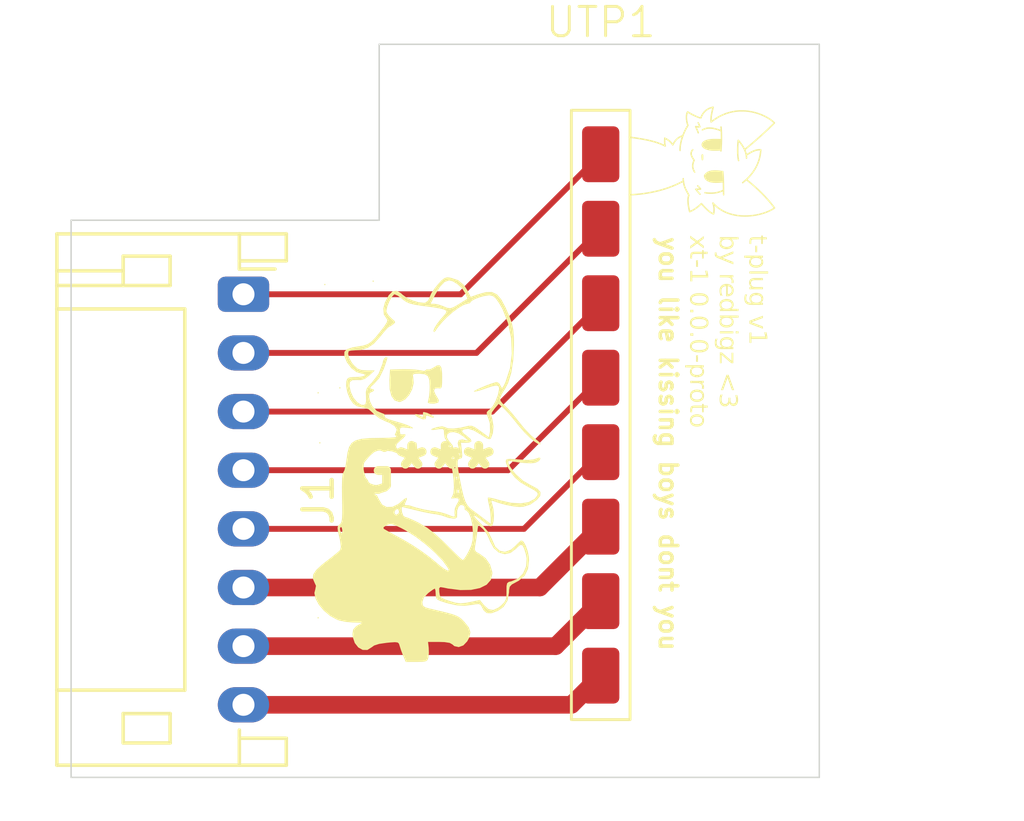
<source format=kicad_pcb>
(kicad_pcb (version 20241229) (generator "pcbnew") (generator_version "9.0")
  (layers (0 "F.Cu" signal) (2 "B.Cu" signal) (13 "F.Paste" user) (15 "B.Paste" user) (5 "F.SilkS" user "F.Silkscreen") (7 "B.SilkS" user "B.Silkscreen") (1 "F.Mask" user) (3 "B.Mask" user) (25 "Edge.Cuts" user))
  (net 0 "")
  (net 1 "Net-(J1-Pin_2)")
  (net 2 "Net-(J1-Pin_7)")
  (net 3 "Net-(J1-Pin_5)")
  (net 4 "Net-(J1-Pin_8)")
  (net 5 "Net-(J1-Pin_6)")
  (net 6 "Net-(J1-Pin_3)")
  (net 7 "Net-(J1-Pin_4)")
  (net 8 "Net-(J1-Pin_1)")
  (footprint "MountingHole:MountingHole_2.2mm_M2" (layer "F.Cu") (at 40 38)
    (property "Reference" "REF2" (hide yes))
    (property "Value" "MountingHole_2.2mm_M2")
    (pad "" np_thru_hole circle (at 0 0) (size 2.2 2.2) (drill 2.2) (layers "*.Cu" "*.Mask"))
  )
  (footprint "MountingHole:MountingHole_2.2mm_M2" (layer "F.Cu") (at 30 18)
    (property "Reference" "REF1" (hide yes))
    (property "Value" "MountingHole_2.2mm_M2")
    (pad "" np_thru_hole circle (at 0 0) (size 2.2 2.2) (drill 2.2) (layers "*.Cu" "*.Mask"))
  )
  (footprint "Connector_JST:JST_PH_S8B-PH-K_1x08_P2.00mm_Horizontal" (layer "F.Cu") (at 22.875 24.025 -90)
    (property "Reference" "J1" (at 7 -2.55 90) (layer "F.SilkS"))
    (property "Value" "Conn_01x08_MountingPin")
    (pad "1" thru_hole roundrect (at 0 0 270) (size 1.2 1.75) (drill 0.75) (layers "*.Cu" "*.Mask") (roundrect_rratio 0.208333) (net 8 "Net-(J1-Pin_1)"))
    (pad "2" thru_hole oval (at 2 0 270) (size 1.2 1.75) (drill 0.75) (layers "*.Cu" "*.Mask") (net 1 "Net-(J1-Pin_2)"))
    (pad "3" thru_hole oval (at 4 0 270) (size 1.2 1.75) (drill 0.75) (layers "*.Cu" "*.Mask") (net 6 "Net-(J1-Pin_3)"))
    (pad "4" thru_hole oval (at 6 0 270) (size 1.2 1.75) (drill 0.75) (layers "*.Cu" "*.Mask") (net 7 "Net-(J1-Pin_4)"))
    (pad "5" thru_hole oval (at 8 0 270) (size 1.2 1.75) (drill 0.75) (layers "*.Cu" "*.Mask") (net 3 "Net-(J1-Pin_5)"))
    (pad "6" thru_hole oval (at 10 0 270) (size 1.2 1.75) (drill 0.75) (layers "*.Cu" "*.Mask") (net 5 "Net-(J1-Pin_6)"))
    (pad "7" thru_hole oval (at 12 0 270) (size 1.2 1.75) (drill 0.75) (layers "*.Cu" "*.Mask") (net 2 "Net-(J1-Pin_7)"))
    (pad "8" thru_hole oval (at 14 0 270) (size 1.2 1.75) (drill 0.75) (layers "*.Cu" "*.Mask") (net 4 "Net-(J1-Pin_8)"))
  )
  (footprint "LOGO" (layer "F.Cu") (at 29 30)
    (property "Reference" "G***" (at 0 0 0) (layer "F.SilkS") (effects (font (size 1.5 1.5) (thickness 0.3))))
    (property "Value" "LOGO" (hide yes))
  )
  (footprint "LOGO" (layer "F.Cu") (at 38.5 19.5 -90)
    (property "Reference" "G***" (hide yes))
    (property "Value" "LOGO" (hide yes))
  )
  (footprint "tailplug:Tailplug_Female" (layer "F.Cu") (at 35.05 15.25)
    (property "Reference" "UTP1" (at 0 -0.5 0) (layer "F.SilkS") (effects (font (thickness 0.1))))
    (property "Value" "~")
    (pad "1" smd roundrect (at 0 4 90) (size 1.905 1.27) (layers "F.Cu" "F.Mask" "F.Paste") (roundrect_rratio 0.15) (net 8 "Net-(J1-Pin_1)"))
    (pad "2" smd roundrect (at 0 6.54 90) (size 1.905 1.27) (layers "F.Cu" "F.Mask" "F.Paste") (roundrect_rratio 0.15) (net 1 "Net-(J1-Pin_2)"))
    (pad "3" smd roundrect (at 0 9.08 90) (size 1.905 1.27) (layers "F.Cu" "F.Mask" "F.Paste") (roundrect_rratio 0.15) (net 6 "Net-(J1-Pin_3)"))
    (pad "4" smd roundrect (at 0 11.62 90) (size 1.905 1.27) (layers "F.Cu" "F.Mask" "F.Paste") (roundrect_rratio 0.15) (net 7 "Net-(J1-Pin_4)"))
    (pad "5" smd roundrect (at 0 14.16 90) (size 1.905 1.27) (layers "F.Cu" "F.Mask" "F.Paste") (roundrect_rratio 0.15) (net 3 "Net-(J1-Pin_5)"))
    (pad "6" smd roundrect (at 0 16.7 90) (size 1.905 1.27) (layers "F.Cu" "F.Mask" "F.Paste") (roundrect_rratio 0.15) (net 5 "Net-(J1-Pin_6)"))
    (pad "7" smd roundrect (at 0 19.24 90) (size 1.905 1.27) (layers "F.Cu" "F.Mask" "F.Paste") (roundrect_rratio 0.15) (net 2 "Net-(J1-Pin_7)"))
    (pad "8" smd roundrect (at 0 21.78 90) (size 1.905 1.27) (layers "F.Cu" "F.Mask" "F.Paste") (roundrect_rratio 0.15) (net 4 "Net-(J1-Pin_8)"))
  )
  (gr_line (start 42.5 40.5) (end 17 40.5) (stroke (width 0.05)) (layer "Edge.Cuts"))
  (gr_line (start 17 21.5) (end 27.5 21.5) (stroke (width 0.05)) (layer "Edge.Cuts"))
  (gr_line (start 27.5 15.5) (end 42.5 15.5) (stroke (width 0.05)) (layer "Edge.Cuts"))
  (gr_line (start 27.5 21.5) (end 27.5 15.5) (stroke (width 0.05)) (layer "Edge.Cuts"))
  (gr_line (start 42.5 15.5) (end 42.5 40.5) (stroke (width 0.05)) (layer "Edge.Cuts"))
  (gr_line (start 17 40.5) (end 17 21.5) (stroke (width 0.05)) (layer "Edge.Cuts"))
  (gr_text "t-plug v1\nby redbigz <3\nxt-1 0.0.0-proto" (at 38 22 270) (layer "F.SilkS") (effects (font (size 0.6 0.6) (thickness 0.075)) (justify left bottom)))
  (gr_text "you like kissing boys dont you" (at 37 22 270) (layer "F.SilkS") (effects (font (size 0.6 0.6) (thickness 0.12) (bold yes)) (justify left bottom)))
  (segment (start 30.815 26.025) (end 22.875 26.025) (width 0.2) (layer "F.Cu") (net 1))
  (segment (start 35.05 21.79) (end 30.815 26.025) (width 0.2) (layer "F.Cu") (net 1))
  (segment (start 35.05 34.49) (end 33.515 36.025) (width 0.6) (layer "F.Cu") (net 2))
  (segment (start 33.515 36.025) (end 22.875 36.025) (width 0.6) (layer "F.Cu") (net 2))
  (segment (start 32.435 32.025) (end 22.875 32.025) (width 0.2) (layer "F.Cu") (net 3))
  (segment (start 35.05 29.41) (end 32.435 32.025) (width 0.2) (layer "F.Cu") (net 3))
  (segment (start 34.055 38.025) (end 22.875 38.025) (width 0.6) (layer "F.Cu") (net 4))
  (segment (start 35.05 37.03) (end 34.055 38.025) (width 0.6) (layer "F.Cu") (net 4))
  (segment (start 32.975 34.025) (end 22.875 34.025) (width 0.6) (layer "F.Cu") (net 5))
  (segment (start 35.05 31.95) (end 32.975 34.025) (width 0.6) (layer "F.Cu") (net 5))
  (segment (start 22.875 28.025) (end 31.355 28.025) (width 0.2) (layer "F.Cu") (net 6))
  (segment (start 31.355 28.025) (end 35.05 24.33) (width 0.2) (layer "F.Cu") (net 6))
  (segment (start 35.05 26.87) (end 31.895 30.025) (width 0.2) (layer "F.Cu") (net 7))
  (segment (start 31.895 30.025) (end 22.875 30.025) (width 0.2) (layer "F.Cu") (net 7))
  (segment (start 30.275 24.025) (end 35.05 19.25) (width 0.2) (layer "F.Cu") (net 8))
  (segment (start 22.875 24.025) (end 30.275 24.025) (width 0.2) (layer "F.Cu") (net 8))
)
</source>
